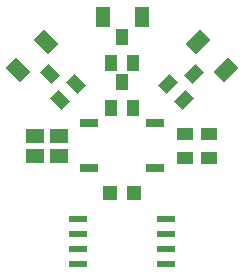
<source format=gtp>
G04 #@! TF.GenerationSoftware,KiCad,Pcbnew,(6.0.0)*
G04 #@! TF.CreationDate,2022-11-07T22:53:33+10:30*
G04 #@! TF.ProjectId,MicroTVbGone_r2,4d696372-6f54-4566-9247-6f6e655f7232,rev?*
G04 #@! TF.SameCoordinates,Original*
G04 #@! TF.FileFunction,Paste,Top*
G04 #@! TF.FilePolarity,Positive*
%FSLAX46Y46*%
G04 Gerber Fmt 4.6, Leading zero omitted, Abs format (unit mm)*
G04 Created by KiCad (PCBNEW (6.0.0)) date 2022-11-07 22:53:33*
%MOMM*%
%LPD*%
G01*
G04 APERTURE LIST*
G04 Aperture macros list*
%AMRotRect*
0 Rectangle, with rotation*
0 The origin of the aperture is its center*
0 $1 length*
0 $2 width*
0 $3 Rotation angle, in degrees counterclockwise*
0 Add horizontal line*
21,1,$1,$2,0,0,$3*%
G04 Aperture macros list end*
%ADD10R,1.000000X1.400000*%
%ADD11R,1.249681X1.699259*%
%ADD12R,1.400000X1.100000*%
%ADD13R,1.500000X1.300000*%
%ADD14RotRect,1.699259X1.249681X135.000000*%
%ADD15RotRect,1.000000X1.400000X45.000000*%
%ADD16RotRect,1.000000X1.400000X315.000000*%
%ADD17R,1.549400X0.533400*%
%ADD18RotRect,1.699259X1.249681X45.000000*%
%ADD19R,1.200000X1.200000*%
%ADD20R,1.524000X0.762000*%
G04 APERTURE END LIST*
D10*
G04 #@! TO.C,Q2*
X147551100Y-97975600D03*
X149451100Y-97975600D03*
X148501100Y-95775600D03*
G04 #@! TD*
D11*
G04 #@! TO.C,U$2*
X146850100Y-94081600D03*
X150152100Y-94081600D03*
G04 #@! TD*
D12*
G04 #@! TO.C,R1*
X153835100Y-106003600D03*
X153835100Y-104003600D03*
G04 #@! TD*
D13*
G04 #@! TO.C,C2*
X143167100Y-104153600D03*
X143167100Y-105853600D03*
G04 #@! TD*
D14*
G04 #@! TO.C,U$3*
X139713667Y-98551033D03*
X142048533Y-96216167D03*
G04 #@! TD*
D12*
G04 #@! TO.C,R5*
X155867100Y-104003600D03*
X155867100Y-106003600D03*
G04 #@! TD*
D13*
G04 #@! TO.C,C1*
X141135100Y-104153600D03*
X141135100Y-105853600D03*
G04 #@! TD*
D10*
G04 #@! TO.C,T1*
X147551100Y-101785600D03*
X148501100Y-99585600D03*
X149451100Y-101785600D03*
G04 #@! TD*
D15*
G04 #@! TO.C,Q1*
X143273166Y-101119169D03*
X144616669Y-99775666D03*
X142389283Y-98891783D03*
G04 #@! TD*
D16*
G04 #@! TO.C,Q4*
X152385531Y-99775666D03*
X153729034Y-101119169D03*
X154612917Y-98891783D03*
G04 #@! TD*
D17*
G04 #@! TO.C,U1*
X144792700Y-111226600D03*
X144792700Y-112496600D03*
X144792700Y-113766600D03*
X144792700Y-115036600D03*
X152209500Y-115036600D03*
X152209500Y-113766600D03*
X152209500Y-112496600D03*
X152209500Y-111226600D03*
G04 #@! TD*
D18*
G04 #@! TO.C,U$4*
X154953667Y-96216167D03*
X157288533Y-98551033D03*
G04 #@! TD*
D19*
G04 #@! TO.C,LED1*
X149551100Y-108966000D03*
X147451100Y-108966000D03*
G04 #@! TD*
D20*
G04 #@! TO.C,S2*
X145707100Y-103098600D03*
X151295100Y-103098600D03*
X145707100Y-106908600D03*
X151295100Y-106908600D03*
G04 #@! TD*
M02*

</source>
